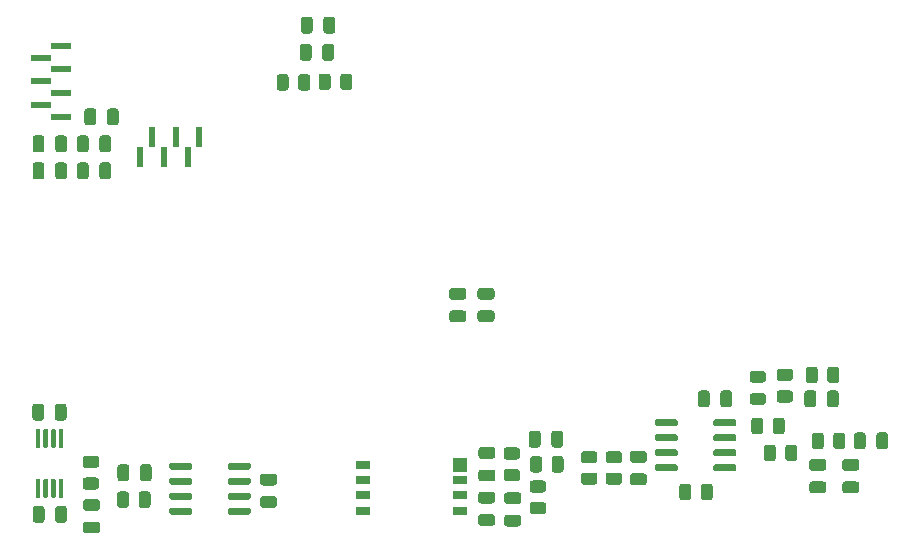
<source format=gbr>
%TF.GenerationSoftware,KiCad,Pcbnew,(5.1.10)-1*%
%TF.CreationDate,2022-10-29T14:49:15-06:00*%
%TF.ProjectId,MainBoard,4d61696e-426f-4617-9264-2e6b69636164,rev?*%
%TF.SameCoordinates,Original*%
%TF.FileFunction,Paste,Top*%
%TF.FilePolarity,Positive*%
%FSLAX46Y46*%
G04 Gerber Fmt 4.6, Leading zero omitted, Abs format (unit mm)*
G04 Created by KiCad (PCBNEW (5.1.10)-1) date 2022-10-29 14:49:15*
%MOMM*%
%LPD*%
G01*
G04 APERTURE LIST*
%ADD10R,1.750000X0.600000*%
%ADD11R,0.600000X1.750000*%
%ADD12R,1.200000X1.200000*%
%ADD13R,1.200000X0.800001*%
G04 APERTURE END LIST*
%TO.C,U6*%
G36*
G01*
X45543600Y-64793000D02*
X45543600Y-64493000D01*
G75*
G02*
X45693600Y-64343000I150000J0D01*
G01*
X47343600Y-64343000D01*
G75*
G02*
X47493600Y-64493000I0J-150000D01*
G01*
X47493600Y-64793000D01*
G75*
G02*
X47343600Y-64943000I-150000J0D01*
G01*
X45693600Y-64943000D01*
G75*
G02*
X45543600Y-64793000I0J150000D01*
G01*
G37*
G36*
G01*
X45543600Y-66063000D02*
X45543600Y-65763000D01*
G75*
G02*
X45693600Y-65613000I150000J0D01*
G01*
X47343600Y-65613000D01*
G75*
G02*
X47493600Y-65763000I0J-150000D01*
G01*
X47493600Y-66063000D01*
G75*
G02*
X47343600Y-66213000I-150000J0D01*
G01*
X45693600Y-66213000D01*
G75*
G02*
X45543600Y-66063000I0J150000D01*
G01*
G37*
G36*
G01*
X45543600Y-67333000D02*
X45543600Y-67033000D01*
G75*
G02*
X45693600Y-66883000I150000J0D01*
G01*
X47343600Y-66883000D01*
G75*
G02*
X47493600Y-67033000I0J-150000D01*
G01*
X47493600Y-67333000D01*
G75*
G02*
X47343600Y-67483000I-150000J0D01*
G01*
X45693600Y-67483000D01*
G75*
G02*
X45543600Y-67333000I0J150000D01*
G01*
G37*
G36*
G01*
X45543600Y-68603000D02*
X45543600Y-68303000D01*
G75*
G02*
X45693600Y-68153000I150000J0D01*
G01*
X47343600Y-68153000D01*
G75*
G02*
X47493600Y-68303000I0J-150000D01*
G01*
X47493600Y-68603000D01*
G75*
G02*
X47343600Y-68753000I-150000J0D01*
G01*
X45693600Y-68753000D01*
G75*
G02*
X45543600Y-68603000I0J150000D01*
G01*
G37*
G36*
G01*
X40593600Y-68603000D02*
X40593600Y-68303000D01*
G75*
G02*
X40743600Y-68153000I150000J0D01*
G01*
X42393600Y-68153000D01*
G75*
G02*
X42543600Y-68303000I0J-150000D01*
G01*
X42543600Y-68603000D01*
G75*
G02*
X42393600Y-68753000I-150000J0D01*
G01*
X40743600Y-68753000D01*
G75*
G02*
X40593600Y-68603000I0J150000D01*
G01*
G37*
G36*
G01*
X40593600Y-67333000D02*
X40593600Y-67033000D01*
G75*
G02*
X40743600Y-66883000I150000J0D01*
G01*
X42393600Y-66883000D01*
G75*
G02*
X42543600Y-67033000I0J-150000D01*
G01*
X42543600Y-67333000D01*
G75*
G02*
X42393600Y-67483000I-150000J0D01*
G01*
X40743600Y-67483000D01*
G75*
G02*
X40593600Y-67333000I0J150000D01*
G01*
G37*
G36*
G01*
X40593600Y-66063000D02*
X40593600Y-65763000D01*
G75*
G02*
X40743600Y-65613000I150000J0D01*
G01*
X42393600Y-65613000D01*
G75*
G02*
X42543600Y-65763000I0J-150000D01*
G01*
X42543600Y-66063000D01*
G75*
G02*
X42393600Y-66213000I-150000J0D01*
G01*
X40743600Y-66213000D01*
G75*
G02*
X40593600Y-66063000I0J150000D01*
G01*
G37*
G36*
G01*
X40593600Y-64793000D02*
X40593600Y-64493000D01*
G75*
G02*
X40743600Y-64343000I150000J0D01*
G01*
X42393600Y-64343000D01*
G75*
G02*
X42543600Y-64493000I0J-150000D01*
G01*
X42543600Y-64793000D01*
G75*
G02*
X42393600Y-64943000I-150000J0D01*
G01*
X40743600Y-64943000D01*
G75*
G02*
X40593600Y-64793000I0J150000D01*
G01*
G37*
%TD*%
%TO.C,C9*%
G36*
G01*
X97823000Y-65916000D02*
X98773000Y-65916000D01*
G75*
G02*
X99023000Y-66166000I0J-250000D01*
G01*
X99023000Y-66666000D01*
G75*
G02*
X98773000Y-66916000I-250000J0D01*
G01*
X97823000Y-66916000D01*
G75*
G02*
X97573000Y-66666000I0J250000D01*
G01*
X97573000Y-66166000D01*
G75*
G02*
X97823000Y-65916000I250000J0D01*
G01*
G37*
G36*
G01*
X97823000Y-64016000D02*
X98773000Y-64016000D01*
G75*
G02*
X99023000Y-64266000I0J-250000D01*
G01*
X99023000Y-64766000D01*
G75*
G02*
X98773000Y-65016000I-250000J0D01*
G01*
X97823000Y-65016000D01*
G75*
G02*
X97573000Y-64766000I0J250000D01*
G01*
X97573000Y-64266000D01*
G75*
G02*
X97823000Y-64016000I250000J0D01*
G01*
G37*
%TD*%
%TO.C,R5*%
G36*
G01*
X84793500Y-66351999D02*
X84793500Y-67252001D01*
G75*
G02*
X84543501Y-67502000I-249999J0D01*
G01*
X84018499Y-67502000D01*
G75*
G02*
X83768500Y-67252001I0J249999D01*
G01*
X83768500Y-66351999D01*
G75*
G02*
X84018499Y-66102000I249999J0D01*
G01*
X84543501Y-66102000D01*
G75*
G02*
X84793500Y-66351999I0J-249999D01*
G01*
G37*
G36*
G01*
X86618500Y-66351999D02*
X86618500Y-67252001D01*
G75*
G02*
X86368501Y-67502000I-249999J0D01*
G01*
X85843499Y-67502000D01*
G75*
G02*
X85593500Y-67252001I0J249999D01*
G01*
X85593500Y-66351999D01*
G75*
G02*
X85843499Y-66102000I249999J0D01*
G01*
X86368501Y-66102000D01*
G75*
G02*
X86618500Y-66351999I0J-249999D01*
G01*
G37*
%TD*%
%TO.C,R7*%
G36*
G01*
X91689500Y-61664001D02*
X91689500Y-60763999D01*
G75*
G02*
X91939499Y-60514000I249999J0D01*
G01*
X92464501Y-60514000D01*
G75*
G02*
X92714500Y-60763999I0J-249999D01*
G01*
X92714500Y-61664001D01*
G75*
G02*
X92464501Y-61914000I-249999J0D01*
G01*
X91939499Y-61914000D01*
G75*
G02*
X91689500Y-61664001I0J249999D01*
G01*
G37*
G36*
G01*
X89864500Y-61664001D02*
X89864500Y-60763999D01*
G75*
G02*
X90114499Y-60514000I249999J0D01*
G01*
X90639501Y-60514000D01*
G75*
G02*
X90889500Y-60763999I0J-249999D01*
G01*
X90889500Y-61664001D01*
G75*
G02*
X90639501Y-61914000I-249999J0D01*
G01*
X90114499Y-61914000D01*
G75*
G02*
X89864500Y-61664001I0J249999D01*
G01*
G37*
%TD*%
%TO.C,C16*%
G36*
G01*
X70147200Y-67835400D02*
X69197200Y-67835400D01*
G75*
G02*
X68947200Y-67585400I0J250000D01*
G01*
X68947200Y-67085400D01*
G75*
G02*
X69197200Y-66835400I250000J0D01*
G01*
X70147200Y-66835400D01*
G75*
G02*
X70397200Y-67085400I0J-250000D01*
G01*
X70397200Y-67585400D01*
G75*
G02*
X70147200Y-67835400I-250000J0D01*
G01*
G37*
G36*
G01*
X70147200Y-69735400D02*
X69197200Y-69735400D01*
G75*
G02*
X68947200Y-69485400I0J250000D01*
G01*
X68947200Y-68985400D01*
G75*
G02*
X69197200Y-68735400I250000J0D01*
G01*
X70147200Y-68735400D01*
G75*
G02*
X70397200Y-68985400I0J-250000D01*
G01*
X70397200Y-69485400D01*
G75*
G02*
X70147200Y-69735400I-250000J0D01*
G01*
G37*
%TD*%
%TO.C,C6*%
G36*
G01*
X33774000Y-39149000D02*
X33774000Y-40099000D01*
G75*
G02*
X33524000Y-40349000I-250000J0D01*
G01*
X33024000Y-40349000D01*
G75*
G02*
X32774000Y-40099000I0J250000D01*
G01*
X32774000Y-39149000D01*
G75*
G02*
X33024000Y-38899000I250000J0D01*
G01*
X33524000Y-38899000D01*
G75*
G02*
X33774000Y-39149000I0J-250000D01*
G01*
G37*
G36*
G01*
X35674000Y-39149000D02*
X35674000Y-40099000D01*
G75*
G02*
X35424000Y-40349000I-250000J0D01*
G01*
X34924000Y-40349000D01*
G75*
G02*
X34674000Y-40099000I0J250000D01*
G01*
X34674000Y-39149000D01*
G75*
G02*
X34924000Y-38899000I250000J0D01*
G01*
X35424000Y-38899000D01*
G75*
G02*
X35674000Y-39149000I0J-250000D01*
G01*
G37*
%TD*%
%TO.C,C11*%
G36*
G01*
X95029000Y-65916000D02*
X95979000Y-65916000D01*
G75*
G02*
X96229000Y-66166000I0J-250000D01*
G01*
X96229000Y-66666000D01*
G75*
G02*
X95979000Y-66916000I-250000J0D01*
G01*
X95029000Y-66916000D01*
G75*
G02*
X94779000Y-66666000I0J250000D01*
G01*
X94779000Y-66166000D01*
G75*
G02*
X95029000Y-65916000I250000J0D01*
G01*
G37*
G36*
G01*
X95029000Y-64016000D02*
X95979000Y-64016000D01*
G75*
G02*
X96229000Y-64266000I0J-250000D01*
G01*
X96229000Y-64766000D01*
G75*
G02*
X95979000Y-65016000I-250000J0D01*
G01*
X95029000Y-65016000D01*
G75*
G02*
X94779000Y-64766000I0J250000D01*
G01*
X94779000Y-64266000D01*
G75*
G02*
X95029000Y-64016000I250000J0D01*
G01*
G37*
%TD*%
%TO.C,C2*%
G36*
G01*
X34414000Y-34577000D02*
X34414000Y-35527000D01*
G75*
G02*
X34164000Y-35777000I-250000J0D01*
G01*
X33664000Y-35777000D01*
G75*
G02*
X33414000Y-35527000I0J250000D01*
G01*
X33414000Y-34577000D01*
G75*
G02*
X33664000Y-34327000I250000J0D01*
G01*
X34164000Y-34327000D01*
G75*
G02*
X34414000Y-34577000I0J-250000D01*
G01*
G37*
G36*
G01*
X36314000Y-34577000D02*
X36314000Y-35527000D01*
G75*
G02*
X36064000Y-35777000I-250000J0D01*
G01*
X35564000Y-35777000D01*
G75*
G02*
X35314000Y-35527000I0J250000D01*
G01*
X35314000Y-34577000D01*
G75*
G02*
X35564000Y-34327000I250000J0D01*
G01*
X36064000Y-34327000D01*
G75*
G02*
X36314000Y-34577000I0J-250000D01*
G01*
G37*
%TD*%
%TO.C,C24*%
G36*
G01*
X48521600Y-67165600D02*
X49471600Y-67165600D01*
G75*
G02*
X49721600Y-67415600I0J-250000D01*
G01*
X49721600Y-67915600D01*
G75*
G02*
X49471600Y-68165600I-250000J0D01*
G01*
X48521600Y-68165600D01*
G75*
G02*
X48271600Y-67915600I0J250000D01*
G01*
X48271600Y-67415600D01*
G75*
G02*
X48521600Y-67165600I250000J0D01*
G01*
G37*
G36*
G01*
X48521600Y-65265600D02*
X49471600Y-65265600D01*
G75*
G02*
X49721600Y-65515600I0J-250000D01*
G01*
X49721600Y-66015600D01*
G75*
G02*
X49471600Y-66265600I-250000J0D01*
G01*
X48521600Y-66265600D01*
G75*
G02*
X48271600Y-66015600I0J250000D01*
G01*
X48271600Y-65515600D01*
G75*
G02*
X48521600Y-65265600I250000J0D01*
G01*
G37*
%TD*%
%TO.C,C17*%
G36*
G01*
X67962800Y-64005000D02*
X67012800Y-64005000D01*
G75*
G02*
X66762800Y-63755000I0J250000D01*
G01*
X66762800Y-63255000D01*
G75*
G02*
X67012800Y-63005000I250000J0D01*
G01*
X67962800Y-63005000D01*
G75*
G02*
X68212800Y-63255000I0J-250000D01*
G01*
X68212800Y-63755000D01*
G75*
G02*
X67962800Y-64005000I-250000J0D01*
G01*
G37*
G36*
G01*
X67962800Y-65905000D02*
X67012800Y-65905000D01*
G75*
G02*
X66762800Y-65655000I0J250000D01*
G01*
X66762800Y-65155000D01*
G75*
G02*
X67012800Y-64905000I250000J0D01*
G01*
X67962800Y-64905000D01*
G75*
G02*
X68212800Y-65155000I0J-250000D01*
G01*
X68212800Y-65655000D01*
G75*
G02*
X67962800Y-65905000I-250000J0D01*
G01*
G37*
%TD*%
%TO.C,C10*%
G36*
G01*
X86352000Y-58453000D02*
X86352000Y-59403000D01*
G75*
G02*
X86102000Y-59653000I-250000J0D01*
G01*
X85602000Y-59653000D01*
G75*
G02*
X85352000Y-59403000I0J250000D01*
G01*
X85352000Y-58453000D01*
G75*
G02*
X85602000Y-58203000I250000J0D01*
G01*
X86102000Y-58203000D01*
G75*
G02*
X86352000Y-58453000I0J-250000D01*
G01*
G37*
G36*
G01*
X88252000Y-58453000D02*
X88252000Y-59403000D01*
G75*
G02*
X88002000Y-59653000I-250000J0D01*
G01*
X87502000Y-59653000D01*
G75*
G02*
X87252000Y-59403000I0J250000D01*
G01*
X87252000Y-58453000D01*
G75*
G02*
X87502000Y-58203000I250000J0D01*
G01*
X88002000Y-58203000D01*
G75*
G02*
X88252000Y-58453000I0J-250000D01*
G01*
G37*
%TD*%
%TO.C,D1*%
G36*
G01*
X89967750Y-58440500D02*
X90880250Y-58440500D01*
G75*
G02*
X91124000Y-58684250I0J-243750D01*
G01*
X91124000Y-59171750D01*
G75*
G02*
X90880250Y-59415500I-243750J0D01*
G01*
X89967750Y-59415500D01*
G75*
G02*
X89724000Y-59171750I0J243750D01*
G01*
X89724000Y-58684250D01*
G75*
G02*
X89967750Y-58440500I243750J0D01*
G01*
G37*
G36*
G01*
X89967750Y-56565500D02*
X90880250Y-56565500D01*
G75*
G02*
X91124000Y-56809250I0J-243750D01*
G01*
X91124000Y-57296750D01*
G75*
G02*
X90880250Y-57540500I-243750J0D01*
G01*
X89967750Y-57540500D01*
G75*
G02*
X89724000Y-57296750I0J243750D01*
G01*
X89724000Y-56809250D01*
G75*
G02*
X89967750Y-56565500I243750J0D01*
G01*
G37*
%TD*%
D10*
%TO.C,J1*%
X29718000Y-30036000D03*
X29718000Y-32036000D03*
X29718000Y-34036000D03*
X31468000Y-29036000D03*
X31468000Y-31036000D03*
X31468000Y-33036000D03*
X31468000Y-35036000D03*
%TD*%
%TO.C,C3*%
G36*
G01*
X30930000Y-37813000D02*
X30930000Y-36863000D01*
G75*
G02*
X31180000Y-36613000I250000J0D01*
G01*
X31680000Y-36613000D01*
G75*
G02*
X31930000Y-36863000I0J-250000D01*
G01*
X31930000Y-37813000D01*
G75*
G02*
X31680000Y-38063000I-250000J0D01*
G01*
X31180000Y-38063000D01*
G75*
G02*
X30930000Y-37813000I0J250000D01*
G01*
G37*
G36*
G01*
X29030000Y-37813000D02*
X29030000Y-36863000D01*
G75*
G02*
X29280000Y-36613000I250000J0D01*
G01*
X29780000Y-36613000D01*
G75*
G02*
X30030000Y-36863000I0J-250000D01*
G01*
X30030000Y-37813000D01*
G75*
G02*
X29780000Y-38063000I-250000J0D01*
G01*
X29280000Y-38063000D01*
G75*
G02*
X29030000Y-37813000I0J250000D01*
G01*
G37*
%TD*%
%TO.C,C14*%
G36*
G01*
X67886600Y-50538000D02*
X66936600Y-50538000D01*
G75*
G02*
X66686600Y-50288000I0J250000D01*
G01*
X66686600Y-49788000D01*
G75*
G02*
X66936600Y-49538000I250000J0D01*
G01*
X67886600Y-49538000D01*
G75*
G02*
X68136600Y-49788000I0J-250000D01*
G01*
X68136600Y-50288000D01*
G75*
G02*
X67886600Y-50538000I-250000J0D01*
G01*
G37*
G36*
G01*
X67886600Y-52438000D02*
X66936600Y-52438000D01*
G75*
G02*
X66686600Y-52188000I0J250000D01*
G01*
X66686600Y-51688000D01*
G75*
G02*
X66936600Y-51438000I250000J0D01*
G01*
X67886600Y-51438000D01*
G75*
G02*
X68136600Y-51688000I0J-250000D01*
G01*
X68136600Y-52188000D01*
G75*
G02*
X67886600Y-52438000I-250000J0D01*
G01*
G37*
%TD*%
%TO.C,C19*%
G36*
G01*
X72031400Y-61856600D02*
X72031400Y-62806600D01*
G75*
G02*
X71781400Y-63056600I-250000J0D01*
G01*
X71281400Y-63056600D01*
G75*
G02*
X71031400Y-62806600I0J250000D01*
G01*
X71031400Y-61856600D01*
G75*
G02*
X71281400Y-61606600I250000J0D01*
G01*
X71781400Y-61606600D01*
G75*
G02*
X72031400Y-61856600I0J-250000D01*
G01*
G37*
G36*
G01*
X73931400Y-61856600D02*
X73931400Y-62806600D01*
G75*
G02*
X73681400Y-63056600I-250000J0D01*
G01*
X73181400Y-63056600D01*
G75*
G02*
X72931400Y-62806600I0J250000D01*
G01*
X72931400Y-61856600D01*
G75*
G02*
X73181400Y-61606600I250000J0D01*
G01*
X73681400Y-61606600D01*
G75*
G02*
X73931400Y-61856600I0J-250000D01*
G01*
G37*
%TD*%
%TO.C,C22*%
G36*
G01*
X30040200Y-68232000D02*
X30040200Y-69182000D01*
G75*
G02*
X29790200Y-69432000I-250000J0D01*
G01*
X29290200Y-69432000D01*
G75*
G02*
X29040200Y-69182000I0J250000D01*
G01*
X29040200Y-68232000D01*
G75*
G02*
X29290200Y-67982000I250000J0D01*
G01*
X29790200Y-67982000D01*
G75*
G02*
X30040200Y-68232000I0J-250000D01*
G01*
G37*
G36*
G01*
X31940200Y-68232000D02*
X31940200Y-69182000D01*
G75*
G02*
X31690200Y-69432000I-250000J0D01*
G01*
X31190200Y-69432000D01*
G75*
G02*
X30940200Y-69182000I0J250000D01*
G01*
X30940200Y-68232000D01*
G75*
G02*
X31190200Y-67982000I250000J0D01*
G01*
X31690200Y-67982000D01*
G75*
G02*
X31940200Y-68232000I0J-250000D01*
G01*
G37*
%TD*%
%TO.C,C8*%
G36*
G01*
X100460000Y-62959000D02*
X100460000Y-62009000D01*
G75*
G02*
X100710000Y-61759000I250000J0D01*
G01*
X101210000Y-61759000D01*
G75*
G02*
X101460000Y-62009000I0J-250000D01*
G01*
X101460000Y-62959000D01*
G75*
G02*
X101210000Y-63209000I-250000J0D01*
G01*
X100710000Y-63209000D01*
G75*
G02*
X100460000Y-62959000I0J250000D01*
G01*
G37*
G36*
G01*
X98560000Y-62959000D02*
X98560000Y-62009000D01*
G75*
G02*
X98810000Y-61759000I250000J0D01*
G01*
X99310000Y-61759000D01*
G75*
G02*
X99560000Y-62009000I0J-250000D01*
G01*
X99560000Y-62959000D01*
G75*
G02*
X99310000Y-63209000I-250000J0D01*
G01*
X98810000Y-63209000D01*
G75*
G02*
X98560000Y-62959000I0J250000D01*
G01*
G37*
%TD*%
%TO.C,C13*%
G36*
G01*
X94374000Y-59403000D02*
X94374000Y-58453000D01*
G75*
G02*
X94624000Y-58203000I250000J0D01*
G01*
X95124000Y-58203000D01*
G75*
G02*
X95374000Y-58453000I0J-250000D01*
G01*
X95374000Y-59403000D01*
G75*
G02*
X95124000Y-59653000I-250000J0D01*
G01*
X94624000Y-59653000D01*
G75*
G02*
X94374000Y-59403000I0J250000D01*
G01*
G37*
G36*
G01*
X96274000Y-59403000D02*
X96274000Y-58453000D01*
G75*
G02*
X96524000Y-58203000I250000J0D01*
G01*
X97024000Y-58203000D01*
G75*
G02*
X97274000Y-58453000I0J-250000D01*
G01*
X97274000Y-59403000D01*
G75*
G02*
X97024000Y-59653000I-250000J0D01*
G01*
X96524000Y-59653000D01*
G75*
G02*
X96274000Y-59403000I0J250000D01*
G01*
G37*
%TD*%
%TO.C,C18*%
G36*
G01*
X52651200Y-29116000D02*
X52651200Y-30066000D01*
G75*
G02*
X52401200Y-30316000I-250000J0D01*
G01*
X51901200Y-30316000D01*
G75*
G02*
X51651200Y-30066000I0J250000D01*
G01*
X51651200Y-29116000D01*
G75*
G02*
X51901200Y-28866000I250000J0D01*
G01*
X52401200Y-28866000D01*
G75*
G02*
X52651200Y-29116000I0J-250000D01*
G01*
G37*
G36*
G01*
X54551200Y-29116000D02*
X54551200Y-30066000D01*
G75*
G02*
X54301200Y-30316000I-250000J0D01*
G01*
X53801200Y-30316000D01*
G75*
G02*
X53551200Y-30066000I0J250000D01*
G01*
X53551200Y-29116000D01*
G75*
G02*
X53801200Y-28866000I250000J0D01*
G01*
X54301200Y-28866000D01*
G75*
G02*
X54551200Y-29116000I0J-250000D01*
G01*
G37*
%TD*%
%TO.C,R1*%
G36*
G01*
X55058900Y-32530201D02*
X55058900Y-31630199D01*
G75*
G02*
X55308899Y-31380200I249999J0D01*
G01*
X55833901Y-31380200D01*
G75*
G02*
X56083900Y-31630199I0J-249999D01*
G01*
X56083900Y-32530201D01*
G75*
G02*
X55833901Y-32780200I-249999J0D01*
G01*
X55308899Y-32780200D01*
G75*
G02*
X55058900Y-32530201I0J249999D01*
G01*
G37*
G36*
G01*
X53233900Y-32530201D02*
X53233900Y-31630199D01*
G75*
G02*
X53483899Y-31380200I249999J0D01*
G01*
X54008901Y-31380200D01*
G75*
G02*
X54258900Y-31630199I0J-249999D01*
G01*
X54258900Y-32530201D01*
G75*
G02*
X54008901Y-32780200I-249999J0D01*
G01*
X53483899Y-32780200D01*
G75*
G02*
X53233900Y-32530201I0J249999D01*
G01*
G37*
%TD*%
%TO.C,C15*%
G36*
G01*
X67937400Y-67784600D02*
X66987400Y-67784600D01*
G75*
G02*
X66737400Y-67534600I0J250000D01*
G01*
X66737400Y-67034600D01*
G75*
G02*
X66987400Y-66784600I250000J0D01*
G01*
X67937400Y-66784600D01*
G75*
G02*
X68187400Y-67034600I0J-250000D01*
G01*
X68187400Y-67534600D01*
G75*
G02*
X67937400Y-67784600I-250000J0D01*
G01*
G37*
G36*
G01*
X67937400Y-69684600D02*
X66987400Y-69684600D01*
G75*
G02*
X66737400Y-69434600I0J250000D01*
G01*
X66737400Y-68934600D01*
G75*
G02*
X66987400Y-68684600I250000J0D01*
G01*
X67937400Y-68684600D01*
G75*
G02*
X68187400Y-68934600I0J-250000D01*
G01*
X68187400Y-69434600D01*
G75*
G02*
X67937400Y-69684600I-250000J0D01*
G01*
G37*
%TD*%
%TO.C,C5*%
G36*
G01*
X65499000Y-50538000D02*
X64549000Y-50538000D01*
G75*
G02*
X64299000Y-50288000I0J250000D01*
G01*
X64299000Y-49788000D01*
G75*
G02*
X64549000Y-49538000I250000J0D01*
G01*
X65499000Y-49538000D01*
G75*
G02*
X65749000Y-49788000I0J-250000D01*
G01*
X65749000Y-50288000D01*
G75*
G02*
X65499000Y-50538000I-250000J0D01*
G01*
G37*
G36*
G01*
X65499000Y-52438000D02*
X64549000Y-52438000D01*
G75*
G02*
X64299000Y-52188000I0J250000D01*
G01*
X64299000Y-51688000D01*
G75*
G02*
X64549000Y-51438000I250000J0D01*
G01*
X65499000Y-51438000D01*
G75*
G02*
X65749000Y-51688000I0J-250000D01*
G01*
X65749000Y-52188000D01*
G75*
G02*
X65499000Y-52438000I-250000J0D01*
G01*
G37*
%TD*%
%TO.C,C21*%
G36*
G01*
X29994400Y-59570600D02*
X29994400Y-60520600D01*
G75*
G02*
X29744400Y-60770600I-250000J0D01*
G01*
X29244400Y-60770600D01*
G75*
G02*
X28994400Y-60520600I0J250000D01*
G01*
X28994400Y-59570600D01*
G75*
G02*
X29244400Y-59320600I250000J0D01*
G01*
X29744400Y-59320600D01*
G75*
G02*
X29994400Y-59570600I0J-250000D01*
G01*
G37*
G36*
G01*
X31894400Y-59570600D02*
X31894400Y-60520600D01*
G75*
G02*
X31644400Y-60770600I-250000J0D01*
G01*
X31144400Y-60770600D01*
G75*
G02*
X30894400Y-60520600I0J250000D01*
G01*
X30894400Y-59570600D01*
G75*
G02*
X31144400Y-59320600I250000J0D01*
G01*
X31644400Y-59320600D01*
G75*
G02*
X31894400Y-59570600I0J-250000D01*
G01*
G37*
%TD*%
%TO.C,C23*%
G36*
G01*
X34485600Y-68409400D02*
X33535600Y-68409400D01*
G75*
G02*
X33285600Y-68159400I0J250000D01*
G01*
X33285600Y-67659400D01*
G75*
G02*
X33535600Y-67409400I250000J0D01*
G01*
X34485600Y-67409400D01*
G75*
G02*
X34735600Y-67659400I0J-250000D01*
G01*
X34735600Y-68159400D01*
G75*
G02*
X34485600Y-68409400I-250000J0D01*
G01*
G37*
G36*
G01*
X34485600Y-70309400D02*
X33535600Y-70309400D01*
G75*
G02*
X33285600Y-70059400I0J250000D01*
G01*
X33285600Y-69559400D01*
G75*
G02*
X33535600Y-69309400I250000J0D01*
G01*
X34485600Y-69309400D01*
G75*
G02*
X34735600Y-69559400I0J-250000D01*
G01*
X34735600Y-70059400D01*
G75*
G02*
X34485600Y-70309400I-250000J0D01*
G01*
G37*
%TD*%
%TO.C,C7*%
G36*
G01*
X33774000Y-36863000D02*
X33774000Y-37813000D01*
G75*
G02*
X33524000Y-38063000I-250000J0D01*
G01*
X33024000Y-38063000D01*
G75*
G02*
X32774000Y-37813000I0J250000D01*
G01*
X32774000Y-36863000D01*
G75*
G02*
X33024000Y-36613000I250000J0D01*
G01*
X33524000Y-36613000D01*
G75*
G02*
X33774000Y-36863000I0J-250000D01*
G01*
G37*
G36*
G01*
X35674000Y-36863000D02*
X35674000Y-37813000D01*
G75*
G02*
X35424000Y-38063000I-250000J0D01*
G01*
X34924000Y-38063000D01*
G75*
G02*
X34674000Y-37813000I0J250000D01*
G01*
X34674000Y-36863000D01*
G75*
G02*
X34924000Y-36613000I250000J0D01*
G01*
X35424000Y-36613000D01*
G75*
G02*
X35674000Y-36863000I0J-250000D01*
G01*
G37*
%TD*%
%TO.C,C25*%
G36*
G01*
X37208000Y-64701400D02*
X37208000Y-65651400D01*
G75*
G02*
X36958000Y-65901400I-250000J0D01*
G01*
X36458000Y-65901400D01*
G75*
G02*
X36208000Y-65651400I0J250000D01*
G01*
X36208000Y-64701400D01*
G75*
G02*
X36458000Y-64451400I250000J0D01*
G01*
X36958000Y-64451400D01*
G75*
G02*
X37208000Y-64701400I0J-250000D01*
G01*
G37*
G36*
G01*
X39108000Y-64701400D02*
X39108000Y-65651400D01*
G75*
G02*
X38858000Y-65901400I-250000J0D01*
G01*
X38358000Y-65901400D01*
G75*
G02*
X38108000Y-65651400I0J250000D01*
G01*
X38108000Y-64701400D01*
G75*
G02*
X38358000Y-64451400I250000J0D01*
G01*
X38858000Y-64451400D01*
G75*
G02*
X39108000Y-64701400I0J-250000D01*
G01*
G37*
%TD*%
%TO.C,C20*%
G36*
G01*
X52747800Y-26804600D02*
X52747800Y-27754600D01*
G75*
G02*
X52497800Y-28004600I-250000J0D01*
G01*
X51997800Y-28004600D01*
G75*
G02*
X51747800Y-27754600I0J250000D01*
G01*
X51747800Y-26804600D01*
G75*
G02*
X51997800Y-26554600I250000J0D01*
G01*
X52497800Y-26554600D01*
G75*
G02*
X52747800Y-26804600I0J-250000D01*
G01*
G37*
G36*
G01*
X54647800Y-26804600D02*
X54647800Y-27754600D01*
G75*
G02*
X54397800Y-28004600I-250000J0D01*
G01*
X53897800Y-28004600D01*
G75*
G02*
X53647800Y-27754600I0J250000D01*
G01*
X53647800Y-26804600D01*
G75*
G02*
X53897800Y-26554600I250000J0D01*
G01*
X54397800Y-26554600D01*
G75*
G02*
X54647800Y-26804600I0J-250000D01*
G01*
G37*
%TD*%
D11*
%TO.C,J3*%
X43140000Y-36717000D03*
X41140000Y-36717000D03*
X39140000Y-36717000D03*
X42140000Y-38467000D03*
X40140000Y-38467000D03*
X38140000Y-38467000D03*
%TD*%
%TO.C,C4*%
G36*
G01*
X30930000Y-40099000D02*
X30930000Y-39149000D01*
G75*
G02*
X31180000Y-38899000I250000J0D01*
G01*
X31680000Y-38899000D01*
G75*
G02*
X31930000Y-39149000I0J-250000D01*
G01*
X31930000Y-40099000D01*
G75*
G02*
X31680000Y-40349000I-250000J0D01*
G01*
X31180000Y-40349000D01*
G75*
G02*
X30930000Y-40099000I0J250000D01*
G01*
G37*
G36*
G01*
X29030000Y-40099000D02*
X29030000Y-39149000D01*
G75*
G02*
X29280000Y-38899000I250000J0D01*
G01*
X29780000Y-38899000D01*
G75*
G02*
X30030000Y-39149000I0J-250000D01*
G01*
X30030000Y-40099000D01*
G75*
G02*
X29780000Y-40349000I-250000J0D01*
G01*
X29280000Y-40349000D01*
G75*
G02*
X29030000Y-40099000I0J250000D01*
G01*
G37*
%TD*%
%TO.C,C12*%
G36*
G01*
X79839800Y-65230200D02*
X80789800Y-65230200D01*
G75*
G02*
X81039800Y-65480200I0J-250000D01*
G01*
X81039800Y-65980200D01*
G75*
G02*
X80789800Y-66230200I-250000J0D01*
G01*
X79839800Y-66230200D01*
G75*
G02*
X79589800Y-65980200I0J250000D01*
G01*
X79589800Y-65480200D01*
G75*
G02*
X79839800Y-65230200I250000J0D01*
G01*
G37*
G36*
G01*
X79839800Y-63330200D02*
X80789800Y-63330200D01*
G75*
G02*
X81039800Y-63580200I0J-250000D01*
G01*
X81039800Y-64080200D01*
G75*
G02*
X80789800Y-64330200I-250000J0D01*
G01*
X79839800Y-64330200D01*
G75*
G02*
X79589800Y-64080200I0J250000D01*
G01*
X79589800Y-63580200D01*
G75*
G02*
X79839800Y-63330200I250000J0D01*
G01*
G37*
%TD*%
%TO.C,R2*%
G36*
G01*
X50706700Y-31680999D02*
X50706700Y-32581001D01*
G75*
G02*
X50456701Y-32831000I-249999J0D01*
G01*
X49931699Y-32831000D01*
G75*
G02*
X49681700Y-32581001I0J249999D01*
G01*
X49681700Y-31680999D01*
G75*
G02*
X49931699Y-31431000I249999J0D01*
G01*
X50456701Y-31431000D01*
G75*
G02*
X50706700Y-31680999I0J-249999D01*
G01*
G37*
G36*
G01*
X52531700Y-31680999D02*
X52531700Y-32581001D01*
G75*
G02*
X52281701Y-32831000I-249999J0D01*
G01*
X51756699Y-32831000D01*
G75*
G02*
X51506700Y-32581001I0J249999D01*
G01*
X51506700Y-31680999D01*
G75*
G02*
X51756699Y-31431000I249999J0D01*
G01*
X52281701Y-31431000D01*
G75*
G02*
X52531700Y-31680999I0J-249999D01*
G01*
G37*
%TD*%
%TO.C,R3*%
G36*
G01*
X96816500Y-62934001D02*
X96816500Y-62033999D01*
G75*
G02*
X97066499Y-61784000I249999J0D01*
G01*
X97591501Y-61784000D01*
G75*
G02*
X97841500Y-62033999I0J-249999D01*
G01*
X97841500Y-62934001D01*
G75*
G02*
X97591501Y-63184000I-249999J0D01*
G01*
X97066499Y-63184000D01*
G75*
G02*
X96816500Y-62934001I0J249999D01*
G01*
G37*
G36*
G01*
X94991500Y-62934001D02*
X94991500Y-62033999D01*
G75*
G02*
X95241499Y-61784000I249999J0D01*
G01*
X95766501Y-61784000D01*
G75*
G02*
X96016500Y-62033999I0J-249999D01*
G01*
X96016500Y-62934001D01*
G75*
G02*
X95766501Y-63184000I-249999J0D01*
G01*
X95241499Y-63184000D01*
G75*
G02*
X94991500Y-62934001I0J249999D01*
G01*
G37*
%TD*%
%TO.C,R4*%
G36*
G01*
X92752500Y-63950001D02*
X92752500Y-63049999D01*
G75*
G02*
X93002499Y-62800000I249999J0D01*
G01*
X93527501Y-62800000D01*
G75*
G02*
X93777500Y-63049999I0J-249999D01*
G01*
X93777500Y-63950001D01*
G75*
G02*
X93527501Y-64200000I-249999J0D01*
G01*
X93002499Y-64200000D01*
G75*
G02*
X92752500Y-63950001I0J249999D01*
G01*
G37*
G36*
G01*
X90927500Y-63950001D02*
X90927500Y-63049999D01*
G75*
G02*
X91177499Y-62800000I249999J0D01*
G01*
X91702501Y-62800000D01*
G75*
G02*
X91952500Y-63049999I0J-249999D01*
G01*
X91952500Y-63950001D01*
G75*
G02*
X91702501Y-64200000I-249999J0D01*
G01*
X91177499Y-64200000D01*
G75*
G02*
X90927500Y-63950001I0J249999D01*
G01*
G37*
%TD*%
%TO.C,R6*%
G36*
G01*
X75699199Y-65171900D02*
X76599201Y-65171900D01*
G75*
G02*
X76849200Y-65421899I0J-249999D01*
G01*
X76849200Y-65946901D01*
G75*
G02*
X76599201Y-66196900I-249999J0D01*
G01*
X75699199Y-66196900D01*
G75*
G02*
X75449200Y-65946901I0J249999D01*
G01*
X75449200Y-65421899D01*
G75*
G02*
X75699199Y-65171900I249999J0D01*
G01*
G37*
G36*
G01*
X75699199Y-63346900D02*
X76599201Y-63346900D01*
G75*
G02*
X76849200Y-63596899I0J-249999D01*
G01*
X76849200Y-64121901D01*
G75*
G02*
X76599201Y-64371900I-249999J0D01*
G01*
X75699199Y-64371900D01*
G75*
G02*
X75449200Y-64121901I0J249999D01*
G01*
X75449200Y-63596899D01*
G75*
G02*
X75699199Y-63346900I249999J0D01*
G01*
G37*
%TD*%
%TO.C,R14*%
G36*
G01*
X34409801Y-64778300D02*
X33509799Y-64778300D01*
G75*
G02*
X33259800Y-64528301I0J249999D01*
G01*
X33259800Y-64003299D01*
G75*
G02*
X33509799Y-63753300I249999J0D01*
G01*
X34409801Y-63753300D01*
G75*
G02*
X34659800Y-64003299I0J-249999D01*
G01*
X34659800Y-64528301D01*
G75*
G02*
X34409801Y-64778300I-249999J0D01*
G01*
G37*
G36*
G01*
X34409801Y-66603300D02*
X33509799Y-66603300D01*
G75*
G02*
X33259800Y-66353301I0J249999D01*
G01*
X33259800Y-65828299D01*
G75*
G02*
X33509799Y-65578300I249999J0D01*
G01*
X34409801Y-65578300D01*
G75*
G02*
X34659800Y-65828299I0J-249999D01*
G01*
X34659800Y-66353301D01*
G75*
G02*
X34409801Y-66603300I-249999J0D01*
G01*
G37*
%TD*%
%TO.C,R15*%
G36*
G01*
X37190100Y-67012399D02*
X37190100Y-67912401D01*
G75*
G02*
X36940101Y-68162400I-249999J0D01*
G01*
X36415099Y-68162400D01*
G75*
G02*
X36165100Y-67912401I0J249999D01*
G01*
X36165100Y-67012399D01*
G75*
G02*
X36415099Y-66762400I249999J0D01*
G01*
X36940101Y-66762400D01*
G75*
G02*
X37190100Y-67012399I0J-249999D01*
G01*
G37*
G36*
G01*
X39015100Y-67012399D02*
X39015100Y-67912401D01*
G75*
G02*
X38765101Y-68162400I-249999J0D01*
G01*
X38240099Y-68162400D01*
G75*
G02*
X37990100Y-67912401I0J249999D01*
G01*
X37990100Y-67012399D01*
G75*
G02*
X38240099Y-66762400I249999J0D01*
G01*
X38765101Y-66762400D01*
G75*
G02*
X39015100Y-67012399I0J-249999D01*
G01*
G37*
%TD*%
%TO.C,R12*%
G36*
G01*
X70046001Y-64065200D02*
X69145999Y-64065200D01*
G75*
G02*
X68896000Y-63815201I0J249999D01*
G01*
X68896000Y-63290199D01*
G75*
G02*
X69145999Y-63040200I249999J0D01*
G01*
X70046001Y-63040200D01*
G75*
G02*
X70296000Y-63290199I0J-249999D01*
G01*
X70296000Y-63815201D01*
G75*
G02*
X70046001Y-64065200I-249999J0D01*
G01*
G37*
G36*
G01*
X70046001Y-65890200D02*
X69145999Y-65890200D01*
G75*
G02*
X68896000Y-65640201I0J249999D01*
G01*
X68896000Y-65115199D01*
G75*
G02*
X69145999Y-64865200I249999J0D01*
G01*
X70046001Y-64865200D01*
G75*
G02*
X70296000Y-65115199I0J-249999D01*
G01*
X70296000Y-65640201D01*
G75*
G02*
X70046001Y-65890200I-249999J0D01*
G01*
G37*
%TD*%
%TO.C,R10*%
G36*
G01*
X96308500Y-57346001D02*
X96308500Y-56445999D01*
G75*
G02*
X96558499Y-56196000I249999J0D01*
G01*
X97083501Y-56196000D01*
G75*
G02*
X97333500Y-56445999I0J-249999D01*
G01*
X97333500Y-57346001D01*
G75*
G02*
X97083501Y-57596000I-249999J0D01*
G01*
X96558499Y-57596000D01*
G75*
G02*
X96308500Y-57346001I0J249999D01*
G01*
G37*
G36*
G01*
X94483500Y-57346001D02*
X94483500Y-56445999D01*
G75*
G02*
X94733499Y-56196000I249999J0D01*
G01*
X95258501Y-56196000D01*
G75*
G02*
X95508500Y-56445999I0J-249999D01*
G01*
X95508500Y-57346001D01*
G75*
G02*
X95258501Y-57596000I-249999J0D01*
G01*
X94733499Y-57596000D01*
G75*
G02*
X94483500Y-57346001I0J249999D01*
G01*
G37*
%TD*%
%TO.C,R11*%
G36*
G01*
X72255801Y-66857300D02*
X71355799Y-66857300D01*
G75*
G02*
X71105800Y-66607301I0J249999D01*
G01*
X71105800Y-66082299D01*
G75*
G02*
X71355799Y-65832300I249999J0D01*
G01*
X72255801Y-65832300D01*
G75*
G02*
X72505800Y-66082299I0J-249999D01*
G01*
X72505800Y-66607301D01*
G75*
G02*
X72255801Y-66857300I-249999J0D01*
G01*
G37*
G36*
G01*
X72255801Y-68682300D02*
X71355799Y-68682300D01*
G75*
G02*
X71105800Y-68432301I0J249999D01*
G01*
X71105800Y-67907299D01*
G75*
G02*
X71355799Y-67657300I249999J0D01*
G01*
X72255801Y-67657300D01*
G75*
G02*
X72505800Y-67907299I0J-249999D01*
G01*
X72505800Y-68432301D01*
G75*
G02*
X72255801Y-68682300I-249999J0D01*
G01*
G37*
%TD*%
%TO.C,R8*%
G36*
G01*
X77781999Y-65171900D02*
X78682001Y-65171900D01*
G75*
G02*
X78932000Y-65421899I0J-249999D01*
G01*
X78932000Y-65946901D01*
G75*
G02*
X78682001Y-66196900I-249999J0D01*
G01*
X77781999Y-66196900D01*
G75*
G02*
X77532000Y-65946901I0J249999D01*
G01*
X77532000Y-65421899D01*
G75*
G02*
X77781999Y-65171900I249999J0D01*
G01*
G37*
G36*
G01*
X77781999Y-63346900D02*
X78682001Y-63346900D01*
G75*
G02*
X78932000Y-63596899I0J-249999D01*
G01*
X78932000Y-64121901D01*
G75*
G02*
X78682001Y-64371900I-249999J0D01*
G01*
X77781999Y-64371900D01*
G75*
G02*
X77532000Y-64121901I0J249999D01*
G01*
X77532000Y-63596899D01*
G75*
G02*
X77781999Y-63346900I249999J0D01*
G01*
G37*
%TD*%
%TO.C,R13*%
G36*
G01*
X72165900Y-64015199D02*
X72165900Y-64915201D01*
G75*
G02*
X71915901Y-65165200I-249999J0D01*
G01*
X71390899Y-65165200D01*
G75*
G02*
X71140900Y-64915201I0J249999D01*
G01*
X71140900Y-64015199D01*
G75*
G02*
X71390899Y-63765200I249999J0D01*
G01*
X71915901Y-63765200D01*
G75*
G02*
X72165900Y-64015199I0J-249999D01*
G01*
G37*
G36*
G01*
X73990900Y-64015199D02*
X73990900Y-64915201D01*
G75*
G02*
X73740901Y-65165200I-249999J0D01*
G01*
X73215899Y-65165200D01*
G75*
G02*
X72965900Y-64915201I0J249999D01*
G01*
X72965900Y-64015199D01*
G75*
G02*
X73215899Y-63765200I249999J0D01*
G01*
X73740901Y-63765200D01*
G75*
G02*
X73990900Y-64015199I0J-249999D01*
G01*
G37*
%TD*%
%TO.C,R9*%
G36*
G01*
X93160001Y-57408500D02*
X92259999Y-57408500D01*
G75*
G02*
X92010000Y-57158501I0J249999D01*
G01*
X92010000Y-56633499D01*
G75*
G02*
X92259999Y-56383500I249999J0D01*
G01*
X93160001Y-56383500D01*
G75*
G02*
X93410000Y-56633499I0J-249999D01*
G01*
X93410000Y-57158501D01*
G75*
G02*
X93160001Y-57408500I-249999J0D01*
G01*
G37*
G36*
G01*
X93160001Y-59233500D02*
X92259999Y-59233500D01*
G75*
G02*
X92010000Y-58983501I0J249999D01*
G01*
X92010000Y-58458499D01*
G75*
G02*
X92259999Y-58208500I249999J0D01*
G01*
X93160001Y-58208500D01*
G75*
G02*
X93410000Y-58458499I0J-249999D01*
G01*
X93410000Y-58983501D01*
G75*
G02*
X93160001Y-59233500I-249999J0D01*
G01*
G37*
%TD*%
%TO.C,U5*%
G36*
G01*
X31334800Y-65684700D02*
X31534800Y-65684700D01*
G75*
G02*
X31634800Y-65784700I0J-100000D01*
G01*
X31634800Y-67209700D01*
G75*
G02*
X31534800Y-67309700I-100000J0D01*
G01*
X31334800Y-67309700D01*
G75*
G02*
X31234800Y-67209700I0J100000D01*
G01*
X31234800Y-65784700D01*
G75*
G02*
X31334800Y-65684700I100000J0D01*
G01*
G37*
G36*
G01*
X30684800Y-65684700D02*
X30884800Y-65684700D01*
G75*
G02*
X30984800Y-65784700I0J-100000D01*
G01*
X30984800Y-67209700D01*
G75*
G02*
X30884800Y-67309700I-100000J0D01*
G01*
X30684800Y-67309700D01*
G75*
G02*
X30584800Y-67209700I0J100000D01*
G01*
X30584800Y-65784700D01*
G75*
G02*
X30684800Y-65684700I100000J0D01*
G01*
G37*
G36*
G01*
X30034800Y-65684700D02*
X30234800Y-65684700D01*
G75*
G02*
X30334800Y-65784700I0J-100000D01*
G01*
X30334800Y-67209700D01*
G75*
G02*
X30234800Y-67309700I-100000J0D01*
G01*
X30034800Y-67309700D01*
G75*
G02*
X29934800Y-67209700I0J100000D01*
G01*
X29934800Y-65784700D01*
G75*
G02*
X30034800Y-65684700I100000J0D01*
G01*
G37*
G36*
G01*
X29384800Y-65684700D02*
X29584800Y-65684700D01*
G75*
G02*
X29684800Y-65784700I0J-100000D01*
G01*
X29684800Y-67209700D01*
G75*
G02*
X29584800Y-67309700I-100000J0D01*
G01*
X29384800Y-67309700D01*
G75*
G02*
X29284800Y-67209700I0J100000D01*
G01*
X29284800Y-65784700D01*
G75*
G02*
X29384800Y-65684700I100000J0D01*
G01*
G37*
G36*
G01*
X29384800Y-61459700D02*
X29584800Y-61459700D01*
G75*
G02*
X29684800Y-61559700I0J-100000D01*
G01*
X29684800Y-62984700D01*
G75*
G02*
X29584800Y-63084700I-100000J0D01*
G01*
X29384800Y-63084700D01*
G75*
G02*
X29284800Y-62984700I0J100000D01*
G01*
X29284800Y-61559700D01*
G75*
G02*
X29384800Y-61459700I100000J0D01*
G01*
G37*
G36*
G01*
X30034800Y-61459700D02*
X30234800Y-61459700D01*
G75*
G02*
X30334800Y-61559700I0J-100000D01*
G01*
X30334800Y-62984700D01*
G75*
G02*
X30234800Y-63084700I-100000J0D01*
G01*
X30034800Y-63084700D01*
G75*
G02*
X29934800Y-62984700I0J100000D01*
G01*
X29934800Y-61559700D01*
G75*
G02*
X30034800Y-61459700I100000J0D01*
G01*
G37*
G36*
G01*
X30684800Y-61459700D02*
X30884800Y-61459700D01*
G75*
G02*
X30984800Y-61559700I0J-100000D01*
G01*
X30984800Y-62984700D01*
G75*
G02*
X30884800Y-63084700I-100000J0D01*
G01*
X30684800Y-63084700D01*
G75*
G02*
X30584800Y-62984700I0J100000D01*
G01*
X30584800Y-61559700D01*
G75*
G02*
X30684800Y-61459700I100000J0D01*
G01*
G37*
G36*
G01*
X31334800Y-61459700D02*
X31534800Y-61459700D01*
G75*
G02*
X31634800Y-61559700I0J-100000D01*
G01*
X31634800Y-62984700D01*
G75*
G02*
X31534800Y-63084700I-100000J0D01*
G01*
X31334800Y-63084700D01*
G75*
G02*
X31234800Y-62984700I0J100000D01*
G01*
X31234800Y-61559700D01*
G75*
G02*
X31334800Y-61459700I100000J0D01*
G01*
G37*
%TD*%
%TO.C,U2*%
G36*
G01*
X86655000Y-61110000D02*
X86655000Y-60810000D01*
G75*
G02*
X86805000Y-60660000I150000J0D01*
G01*
X88455000Y-60660000D01*
G75*
G02*
X88605000Y-60810000I0J-150000D01*
G01*
X88605000Y-61110000D01*
G75*
G02*
X88455000Y-61260000I-150000J0D01*
G01*
X86805000Y-61260000D01*
G75*
G02*
X86655000Y-61110000I0J150000D01*
G01*
G37*
G36*
G01*
X86655000Y-62380000D02*
X86655000Y-62080000D01*
G75*
G02*
X86805000Y-61930000I150000J0D01*
G01*
X88455000Y-61930000D01*
G75*
G02*
X88605000Y-62080000I0J-150000D01*
G01*
X88605000Y-62380000D01*
G75*
G02*
X88455000Y-62530000I-150000J0D01*
G01*
X86805000Y-62530000D01*
G75*
G02*
X86655000Y-62380000I0J150000D01*
G01*
G37*
G36*
G01*
X86655000Y-63650000D02*
X86655000Y-63350000D01*
G75*
G02*
X86805000Y-63200000I150000J0D01*
G01*
X88455000Y-63200000D01*
G75*
G02*
X88605000Y-63350000I0J-150000D01*
G01*
X88605000Y-63650000D01*
G75*
G02*
X88455000Y-63800000I-150000J0D01*
G01*
X86805000Y-63800000D01*
G75*
G02*
X86655000Y-63650000I0J150000D01*
G01*
G37*
G36*
G01*
X86655000Y-64920000D02*
X86655000Y-64620000D01*
G75*
G02*
X86805000Y-64470000I150000J0D01*
G01*
X88455000Y-64470000D01*
G75*
G02*
X88605000Y-64620000I0J-150000D01*
G01*
X88605000Y-64920000D01*
G75*
G02*
X88455000Y-65070000I-150000J0D01*
G01*
X86805000Y-65070000D01*
G75*
G02*
X86655000Y-64920000I0J150000D01*
G01*
G37*
G36*
G01*
X81705000Y-64920000D02*
X81705000Y-64620000D01*
G75*
G02*
X81855000Y-64470000I150000J0D01*
G01*
X83505000Y-64470000D01*
G75*
G02*
X83655000Y-64620000I0J-150000D01*
G01*
X83655000Y-64920000D01*
G75*
G02*
X83505000Y-65070000I-150000J0D01*
G01*
X81855000Y-65070000D01*
G75*
G02*
X81705000Y-64920000I0J150000D01*
G01*
G37*
G36*
G01*
X81705000Y-63650000D02*
X81705000Y-63350000D01*
G75*
G02*
X81855000Y-63200000I150000J0D01*
G01*
X83505000Y-63200000D01*
G75*
G02*
X83655000Y-63350000I0J-150000D01*
G01*
X83655000Y-63650000D01*
G75*
G02*
X83505000Y-63800000I-150000J0D01*
G01*
X81855000Y-63800000D01*
G75*
G02*
X81705000Y-63650000I0J150000D01*
G01*
G37*
G36*
G01*
X81705000Y-62380000D02*
X81705000Y-62080000D01*
G75*
G02*
X81855000Y-61930000I150000J0D01*
G01*
X83505000Y-61930000D01*
G75*
G02*
X83655000Y-62080000I0J-150000D01*
G01*
X83655000Y-62380000D01*
G75*
G02*
X83505000Y-62530000I-150000J0D01*
G01*
X81855000Y-62530000D01*
G75*
G02*
X81705000Y-62380000I0J150000D01*
G01*
G37*
G36*
G01*
X81705000Y-61110000D02*
X81705000Y-60810000D01*
G75*
G02*
X81855000Y-60660000I150000J0D01*
G01*
X83505000Y-60660000D01*
G75*
G02*
X83655000Y-60810000I0J-150000D01*
G01*
X83655000Y-61110000D01*
G75*
G02*
X83505000Y-61260000I-150000J0D01*
G01*
X81855000Y-61260000D01*
G75*
G02*
X81705000Y-61110000I0J150000D01*
G01*
G37*
%TD*%
D12*
%TO.C,U3*%
X65212399Y-64516000D03*
D13*
X65212399Y-65786000D03*
X65212399Y-67056000D03*
X65212399Y-68381499D03*
X57012401Y-68381499D03*
X57012401Y-67056000D03*
X57012401Y-65786000D03*
X57012401Y-64516000D03*
%TD*%
M02*

</source>
